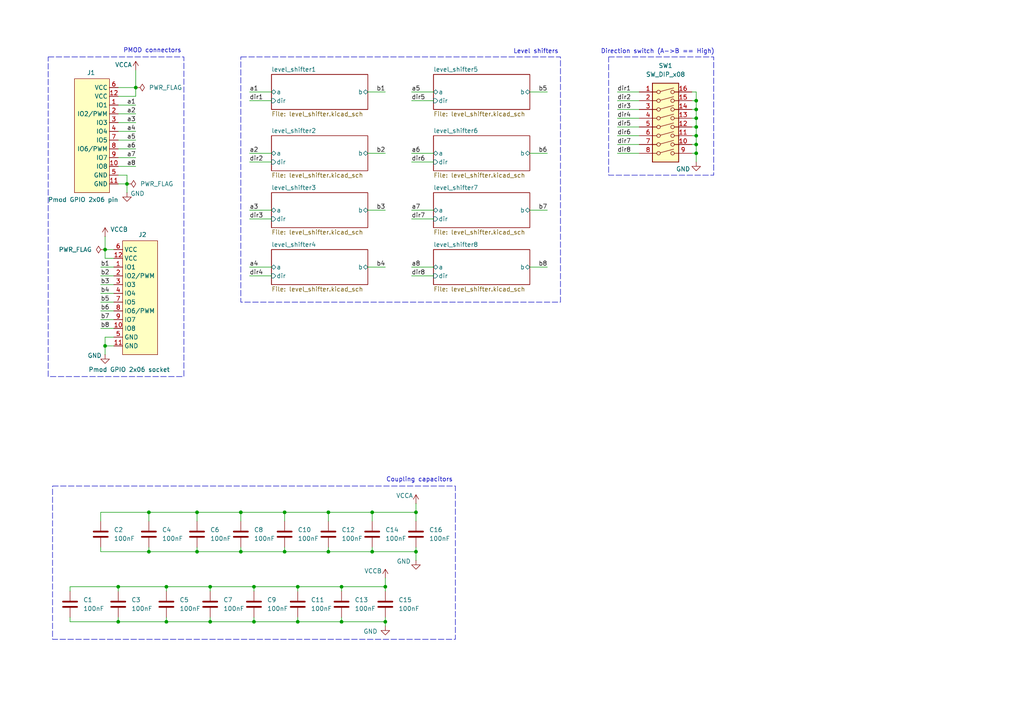
<source format=kicad_sch>
(kicad_sch (version 20250114) (generator "eeschema") (generator_version "9.0")
  (paper "A4")
  (lib_symbols
    (symbol "Device:C" (pin_numbers (hide yes)) (pin_names (offset 0.254))
      (property "Reference" "C" (at 0.635 2.54 0))
      (property "Value" "C" (at 0.635 -2.54 0))
      (symbol "C_0_1"
        (polyline (pts (xy -2.032 0.762) (xy 2.032 0.762)) (stroke (width 0.508)))
        (polyline (pts (xy -2.032 -0.762) (xy 2.032 -0.762)) (stroke (width 0.508)))
      )
      (symbol "C_1_1"
        (pin passive line (at 0 3.81 270) (length 2.794) (name "~") (number "1"))
        (pin passive line (at 0 -3.81 90) (length 2.794) (name "~") (number "2"))
      )
    )
    (symbol "Pmod:pmod_gpio_2x06_pin"
      (property "Reference" "J" (at 1.016 1.27 0))
      (property "Value" "Pmod GPIO 2x06 pin" (at 4.318 -35.052 0))
      (symbol "pmod_gpio_2x06_pin_1_1"
        (rectangle (start 0 0) (end 10.16 -33.02) (fill (type background)))
        (pin power_in line (at -2.54 -2.54 0) (length 2.54) (name "VCC") (number "6"))
        (pin power_in line (at -2.54 -5.08 0) (length 2.54) (name "VCC") (number "12"))
        (pin bidirectional line (at -2.54 -7.62 0) (length 2.54) (name "IO1") (number "1"))
        (pin bidirectional line (at -2.54 -10.16 0) (length 2.54) (name "IO2/PWM") (number "2"))
        (pin bidirectional line (at -2.54 -12.7 0) (length 2.54) (name "IO3") (number "3"))
        (pin bidirectional line (at -2.54 -15.24 0) (length 2.54) (name "IO4") (number "4"))
        (pin bidirectional line (at -2.54 -17.78 0) (length 2.54) (name "IO5") (number "7"))
        (pin bidirectional line (at -2.54 -20.32 0) (length 2.54) (name "IO6/PWM") (number "8"))
        (pin bidirectional line (at -2.54 -22.86 0) (length 2.54) (name "IO7") (number "9"))
        (pin bidirectional line (at -2.54 -25.4 0) (length 2.54) (name "IO8") (number "10"))
        (pin power_in line (at -2.54 -27.94 0) (length 2.54) (name "GND") (number "5"))
        (pin power_in line (at -2.54 -30.48 0) (length 2.54) (name "GND") (number "11"))
      )
    )
    (symbol "Pmod:pmod_gpio_2x06_socket"
      (property "Reference" "J" (at 1.016 1.27 0))
      (property "Value" "Pmod GPIO 2x06 socket" (at 4.064 -34.29 0))
      (symbol "pmod_gpio_2x06_socket_1_1"
        (rectangle (start 0 0) (end 10.16 -33.02) (fill (type background)))
        (pin power_in line (at -2.54 -2.54 0) (length 2.54) (name "VCC") (number "6"))
        (pin power_in line (at -2.54 -5.08 0) (length 2.54) (name "VCC") (number "12"))
        (pin bidirectional line (at -2.54 -7.62 0) (length 2.54) (name "IO1") (number "1"))
        (pin bidirectional line (at -2.54 -10.16 0) (length 2.54) (name "IO2/PWM") (number "2"))
        (pin bidirectional line (at -2.54 -12.7 0) (length 2.54) (name "IO3") (number "3"))
        (pin bidirectional line (at -2.54 -15.24 0) (length 2.54) (name "IO4") (number "4"))
        (pin bidirectional line (at -2.54 -17.78 0) (length 2.54) (name "IO5") (number "7"))
        (pin bidirectional line (at -2.54 -20.32 0) (length 2.54) (name "IO6/PWM") (number "8"))
        (pin bidirectional line (at -2.54 -22.86 0) (length 2.54) (name "IO7") (number "9"))
        (pin bidirectional line (at -2.54 -25.4 0) (length 2.54) (name "IO8") (number "10"))
        (pin power_in line (at -2.54 -27.94 0) (length 2.54) (name "GND") (number "5"))
        (pin power_in line (at -2.54 -30.48 0) (length 2.54) (name "GND") (number "11"))
      )
    )
    (symbol "Switch:SW_DIP_x08" (pin_names (offset 0) (hide yes))
      (property "Reference" "SW" (at 0 13.97 0))
      (property "Value" "SW_DIP_x08" (at 0 -11.43 0))
      (symbol "SW_DIP_x08_0_0"
        (circle (center -2.032 10.16) (radius 0.508))
        (circle (center -2.032 7.62) (radius 0.508))
        (circle (center -2.032 5.08) (radius 0.508))
        (circle (center -2.032 2.54) (radius 0.508))
        (circle (center -2.032 0) (radius 0.508))
        (circle (center -2.032 -2.54) (radius 0.508))
        (circle (center -2.032 -5.08) (radius 0.508))
        (circle (center -2.032 -7.62) (radius 0.508))
        (polyline (pts (xy -1.524 10.287) (xy 2.3622 11.3284)))
        (polyline (pts (xy -1.524 7.747) (xy 2.3622 8.7884)))
        (polyline (pts (xy -1.524 5.207) (xy 2.3622 6.2484)))
        (polyline (pts (xy -1.524 2.667) (xy 2.3622 3.7084)))
        (polyline (pts (xy -1.524 0.127) (xy 2.3622 1.1684)))
        (polyline (pts (xy -1.524 -2.3876) (xy 2.3622 -1.3462)))
        (polyline (pts (xy -1.524 -4.9276) (xy 2.3622 -3.8862)))
        (polyline (pts (xy -1.524 -7.4676) (xy 2.3622 -6.4262)))
        (circle (center 2.032 10.16) (radius 0.508))
        (circle (center 2.032 7.62) (radius 0.508))
        (circle (center 2.032 5.08) (radius 0.508))
        (circle (center 2.032 2.54) (radius 0.508))
        (circle (center 2.032 0) (radius 0.508))
        (circle (center 2.032 -2.54) (radius 0.508))
        (circle (center 2.032 -5.08) (radius 0.508))
        (circle (center 2.032 -7.62) (radius 0.508))
      )
      (symbol "SW_DIP_x08_0_1"
        (rectangle (start -3.81 12.7) (end 3.81 -10.16) (stroke (width 0.254)) (fill (type background)))
      )
      (symbol "SW_DIP_x08_1_1"
        (pin passive line (at -7.62 10.16 0) (length 5.08) (name "~") (number "1"))
        (pin passive line (at -7.62 7.62 0) (length 5.08) (name "~") (number "2"))
        (pin passive line (at -7.62 5.08 0) (length 5.08) (name "~") (number "3"))
        (pin passive line (at -7.62 2.54 0) (length 5.08) (name "~") (number "4"))
        (pin passive line (at -7.62 0 0) (length 5.08) (name "~") (number "5"))
        (pin passive line (at -7.62 -2.54 0) (length 5.08) (name "~") (number "6"))
        (pin passive line (at -7.62 -5.08 0) (length 5.08) (name "~") (number "7"))
        (pin passive line (at -7.62 -7.62 0) (length 5.08) (name "~") (number "8"))
        (pin passive line (at 7.62 10.16 180) (length 5.08) (name "~") (number "16"))
        (pin passive line (at 7.62 7.62 180) (length 5.08) (name "~") (number "15"))
        (pin passive line (at 7.62 5.08 180) (length 5.08) (name "~") (number "14"))
        (pin passive line (at 7.62 2.54 180) (length 5.08) (name "~") (number "13"))
        (pin passive line (at 7.62 0 180) (length 5.08) (name "~") (number "12"))
        (pin passive line (at 7.62 -2.54 180) (length 5.08) (name "~") (number "11"))
        (pin passive line (at 7.62 -5.08 180) (length 5.08) (name "~") (number "10"))
        (pin passive line (at 7.62 -7.62 180) (length 5.08) (name "~") (number "9"))
      )
    )
    (symbol "power:GND" (power) (pin_numbers (hide yes)) (pin_names (offset 0) (hide yes))
      (property "Value" "GND" (at 0 -3.81 0))
      (symbol "GND_0_1"
        (polyline (pts (xy 0 0) (xy 0 -1.27) (xy 1.27 -1.27) (xy 0 -2.54) (xy -1.27 -1.27) (xy 0 -1.27)))
      )
      (symbol "GND_1_1"
        (pin power_in line (at 0 0 270) (length 0) (name "~") (number "1"))
      )
    )
    (symbol "power:PWR_FLAG" (power) (pin_numbers (hide yes)) (pin_names (offset 0) (hide yes))
      (property "Value" "PWR_FLAG" (at 0 3.81 0))
      (symbol "PWR_FLAG_0_0"
        (pin power_out line (at 0 0 90) (length 0) (name "~") (number "1"))
      )
      (symbol "PWR_FLAG_0_1"
        (polyline (pts (xy 0 0) (xy 0 1.27) (xy -1.016 1.905) (xy 0 2.54) (xy 1.016 1.905) (xy 0 1.27)))
      )
    )
    (symbol "power:VCC" (power) (pin_numbers (hide yes)) (pin_names (offset 0) (hide yes))
      (property "Value" "VCC" (at 0 3.556 0))
      (symbol "VCC_0_1"
        (polyline (pts (xy -0.762 1.27) (xy 0 2.54)))
        (polyline (pts (xy 0 2.54) (xy 0.762 1.27)))
        (polyline (pts (xy 0 0) (xy 0 2.54)))
      )
      (symbol "VCC_1_1"
        (pin power_in line (at 0 0 90) (length 0) (name "~") (number "1"))
      )
    )
  )
  (rectangle (start 13.97 16.51) (end 53.34 109.22) (stroke (width 0) (type dash)))
  (rectangle (start 176.53 16.51) (end 207.01 50.8) (stroke (width 0) (type dash)))
  (rectangle (start 69.85 16.51) (end 162.56 87.63) (stroke (width 0) (type dash)))
  (rectangle (start 15.24 140.97) (end 132.08 185.42) (stroke (width 0) (type dash)))
  (text "Level shifters" (at 155.448 14.986 0) (effects (font (size 1.27 1.27))))
  (text "Coupling capacitors" (at 121.666 139.192 0) (effects (font (size 1.27 1.27))))
  (text "Direction switch (A->B == High)" (at 190.754 14.986 0) (effects (font (size 1.27 1.27))))
  (text "PMOD connectors" (at 44.196 14.732 0) (effects (font (size 1.27 1.27))))
  (junction (at 107.95 160.02))
  (junction (at 39.37 25.4))
  (junction (at 60.96 170.18))
  (junction (at 57.15 160.02))
  (junction (at 30.48 100.33))
  (junction (at 43.18 148.59))
  (junction (at 201.93 41.91))
  (junction (at 201.93 31.75))
  (junction (at 73.66 170.18))
  (junction (at 99.06 180.34))
  (junction (at 48.26 180.34))
  (junction (at 48.26 170.18))
  (junction (at 69.85 148.59))
  (junction (at 73.66 180.34))
  (junction (at 30.48 72.39))
  (junction (at 107.95 148.59))
  (junction (at 82.55 148.59))
  (junction (at 111.76 180.34))
  (junction (at 201.93 36.83))
  (junction (at 34.29 180.34))
  (junction (at 95.25 160.02))
  (junction (at 120.65 148.59))
  (junction (at 201.93 39.37))
  (junction (at 201.93 44.45))
  (junction (at 99.06 170.18))
  (junction (at 201.93 29.21))
  (junction (at 36.83 53.34))
  (junction (at 111.76 170.18))
  (junction (at 86.36 180.34))
  (junction (at 86.36 170.18))
  (junction (at 60.96 180.34))
  (junction (at 82.55 160.02))
  (junction (at 95.25 148.59))
  (junction (at 43.18 160.02))
  (junction (at 69.85 160.02))
  (junction (at 201.93 34.29))
  (junction (at 34.29 170.18))
  (junction (at 120.65 160.02))
  (junction (at 57.15 148.59))
  (wire (pts (xy 33.02 97.79) (xy 30.48 97.79)))
  (wire (pts (xy 30.48 97.79) (xy 30.48 100.33)))
  (wire (pts (xy 69.85 148.59) (xy 69.85 151.13)))
  (wire (pts (xy 119.38 60.96) (xy 125.73 60.96)))
  (wire (pts (xy 57.15 148.59) (xy 69.85 148.59)))
  (wire (pts (xy 95.25 148.59) (xy 95.25 151.13)))
  (wire (pts (xy 72.39 29.21) (xy 78.74 29.21)))
  (wire (pts (xy 201.93 41.91) (xy 201.93 44.45)))
  (wire (pts (xy 60.96 180.34) (xy 73.66 180.34)))
  (wire (pts (xy 34.29 40.64) (xy 39.37 40.64)))
  (wire (pts (xy 57.15 160.02) (xy 69.85 160.02)))
  (wire (pts (xy 119.38 26.67) (xy 125.73 26.67)))
  (wire (pts (xy 72.39 46.99) (xy 78.74 46.99)))
  (wire (pts (xy 153.67 77.47) (xy 158.75 77.47)))
  (wire (pts (xy 95.25 160.02) (xy 107.95 160.02)))
  (wire (pts (xy 120.65 160.02) (xy 120.65 158.75)))
  (wire (pts (xy 34.29 48.26) (xy 39.37 48.26)))
  (wire (pts (xy 200.66 36.83) (xy 201.93 36.83)))
  (wire (pts (xy 200.66 26.67) (xy 201.93 26.67)))
  (wire (pts (xy 20.32 170.18) (xy 34.29 170.18)))
  (wire (pts (xy 201.93 26.67) (xy 201.93 29.21)))
  (wire (pts (xy 29.21 148.59) (xy 43.18 148.59)))
  (wire (pts (xy 43.18 158.75) (xy 43.18 160.02)))
  (wire (pts (xy 20.32 179.07) (xy 20.32 180.34)))
  (wire (pts (xy 29.21 90.17) (xy 33.02 90.17)))
  (wire (pts (xy 30.48 74.93) (xy 30.48 72.39)))
  (wire (pts (xy 106.68 77.47) (xy 111.76 77.47)))
  (wire (pts (xy 82.55 148.59) (xy 95.25 148.59)))
  (wire (pts (xy 34.29 43.18) (xy 39.37 43.18)))
  (wire (pts (xy 72.39 63.5) (xy 78.74 63.5)))
  (wire (pts (xy 179.07 26.67) (xy 185.42 26.67)))
  (wire (pts (xy 34.29 170.18) (xy 48.26 170.18)))
  (wire (pts (xy 106.68 44.45) (xy 111.76 44.45)))
  (wire (pts (xy 153.67 26.67) (xy 158.75 26.67)))
  (wire (pts (xy 107.95 158.75) (xy 107.95 160.02)))
  (wire (pts (xy 33.02 72.39) (xy 30.48 72.39)))
  (wire (pts (xy 86.36 170.18) (xy 86.36 171.45)))
  (wire (pts (xy 201.93 31.75) (xy 201.93 34.29)))
  (wire (pts (xy 111.76 180.34) (xy 111.76 181.61)))
  (wire (pts (xy 29.21 158.75) (xy 29.21 160.02)))
  (wire (pts (xy 119.38 46.99) (xy 125.73 46.99)))
  (wire (pts (xy 82.55 160.02) (xy 95.25 160.02)))
  (wire (pts (xy 95.25 158.75) (xy 95.25 160.02)))
  (wire (pts (xy 120.65 146.05) (xy 120.65 148.59)))
  (wire (pts (xy 29.21 95.25) (xy 33.02 95.25)))
  (wire (pts (xy 200.66 34.29) (xy 201.93 34.29)))
  (wire (pts (xy 29.21 82.55) (xy 33.02 82.55)))
  (wire (pts (xy 119.38 80.01) (xy 125.73 80.01)))
  (wire (pts (xy 34.29 35.56) (xy 39.37 35.56)))
  (wire (pts (xy 179.07 29.21) (xy 185.42 29.21)))
  (wire (pts (xy 34.29 170.18) (xy 34.29 171.45)))
  (wire (pts (xy 29.21 87.63) (xy 33.02 87.63)))
  (wire (pts (xy 179.07 41.91) (xy 185.42 41.91)))
  (wire (pts (xy 99.06 180.34) (xy 86.36 180.34)))
  (wire (pts (xy 48.26 170.18) (xy 60.96 170.18)))
  (wire (pts (xy 120.65 148.59) (xy 120.65 151.13)))
  (wire (pts (xy 111.76 167.64) (xy 111.76 170.18)))
  (wire (pts (xy 119.38 63.5) (xy 125.73 63.5)))
  (wire (pts (xy 179.07 31.75) (xy 185.42 31.75)))
  (wire (pts (xy 69.85 160.02) (xy 82.55 160.02)))
  (wire (pts (xy 60.96 179.07) (xy 60.96 180.34)))
  (wire (pts (xy 95.25 148.59) (xy 107.95 148.59)))
  (wire (pts (xy 34.29 180.34) (xy 20.32 180.34)))
  (wire (pts (xy 29.21 77.47) (xy 33.02 77.47)))
  (wire (pts (xy 36.83 53.34) (xy 34.29 53.34)))
  (wire (pts (xy 48.26 179.07) (xy 48.26 180.34)))
  (wire (pts (xy 86.36 170.18) (xy 99.06 170.18)))
  (wire (pts (xy 69.85 158.75) (xy 69.85 160.02)))
  (wire (pts (xy 99.06 170.18) (xy 99.06 171.45)))
  (wire (pts (xy 111.76 180.34) (xy 99.06 180.34)))
  (wire (pts (xy 30.48 100.33) (xy 30.48 102.87)))
  (wire (pts (xy 72.39 80.01) (xy 78.74 80.01)))
  (wire (pts (xy 43.18 148.59) (xy 43.18 151.13)))
  (wire (pts (xy 34.29 50.8) (xy 36.83 50.8)))
  (wire (pts (xy 39.37 20.32) (xy 39.37 25.4)))
  (wire (pts (xy 43.18 148.59) (xy 57.15 148.59)))
  (wire (pts (xy 107.95 148.59) (xy 107.95 151.13)))
  (wire (pts (xy 48.26 180.34) (xy 60.96 180.34)))
  (wire (pts (xy 200.66 41.91) (xy 201.93 41.91)))
  (wire (pts (xy 33.02 74.93) (xy 30.48 74.93)))
  (wire (pts (xy 73.66 170.18) (xy 86.36 170.18)))
  (wire (pts (xy 48.26 180.34) (xy 34.29 180.34)))
  (wire (pts (xy 57.15 158.75) (xy 57.15 160.02)))
  (wire (pts (xy 153.67 60.96) (xy 158.75 60.96)))
  (wire (pts (xy 201.93 34.29) (xy 201.93 36.83)))
  (wire (pts (xy 179.07 44.45) (xy 185.42 44.45)))
  (wire (pts (xy 34.29 38.1) (xy 39.37 38.1)))
  (wire (pts (xy 60.96 170.18) (xy 73.66 170.18)))
  (wire (pts (xy 29.21 85.09) (xy 33.02 85.09)))
  (wire (pts (xy 106.68 26.67) (xy 111.76 26.67)))
  (wire (pts (xy 73.66 179.07) (xy 73.66 180.34)))
  (wire (pts (xy 107.95 160.02) (xy 120.65 160.02)))
  (wire (pts (xy 86.36 179.07) (xy 86.36 180.34)))
  (wire (pts (xy 72.39 60.96) (xy 78.74 60.96)))
  (wire (pts (xy 200.66 31.75) (xy 201.93 31.75)))
  (wire (pts (xy 119.38 77.47) (xy 125.73 77.47)))
  (wire (pts (xy 43.18 160.02) (xy 57.15 160.02)))
  (wire (pts (xy 179.07 39.37) (xy 185.42 39.37)))
  (wire (pts (xy 34.29 45.72) (xy 39.37 45.72)))
  (wire (pts (xy 72.39 26.67) (xy 78.74 26.67)))
  (wire (pts (xy 201.93 29.21) (xy 201.93 31.75)))
  (wire (pts (xy 201.93 44.45) (xy 201.93 46.99)))
  (wire (pts (xy 39.37 27.94) (xy 39.37 25.4)))
  (wire (pts (xy 29.21 151.13) (xy 29.21 148.59)))
  (wire (pts (xy 29.21 80.01) (xy 33.02 80.01)))
  (wire (pts (xy 119.38 29.21) (xy 125.73 29.21)))
  (wire (pts (xy 99.06 179.07) (xy 99.06 180.34)))
  (wire (pts (xy 34.29 33.02) (xy 39.37 33.02)))
  (wire (pts (xy 73.66 170.18) (xy 73.66 171.45)))
  (wire (pts (xy 72.39 77.47) (xy 78.74 77.47)))
  (wire (pts (xy 99.06 170.18) (xy 111.76 170.18)))
  (wire (pts (xy 48.26 170.18) (xy 48.26 171.45)))
  (wire (pts (xy 201.93 36.83) (xy 201.93 39.37)))
  (wire (pts (xy 107.95 148.59) (xy 120.65 148.59)))
  (wire (pts (xy 72.39 44.45) (xy 78.74 44.45)))
  (wire (pts (xy 86.36 180.34) (xy 73.66 180.34)))
  (wire (pts (xy 111.76 179.07) (xy 111.76 180.34)))
  (wire (pts (xy 30.48 68.58) (xy 30.48 72.39)))
  (wire (pts (xy 201.93 39.37) (xy 201.93 41.91)))
  (wire (pts (xy 29.21 160.02) (xy 43.18 160.02)))
  (wire (pts (xy 29.21 92.71) (xy 33.02 92.71)))
  (wire (pts (xy 200.66 44.45) (xy 201.93 44.45)))
  (wire (pts (xy 36.83 50.8) (xy 36.83 53.34)))
  (wire (pts (xy 106.68 60.96) (xy 111.76 60.96)))
  (wire (pts (xy 20.32 170.18) (xy 20.32 171.45)))
  (wire (pts (xy 179.07 34.29) (xy 185.42 34.29)))
  (wire (pts (xy 82.55 158.75) (xy 82.55 160.02)))
  (wire (pts (xy 60.96 170.18) (xy 60.96 171.45)))
  (wire (pts (xy 36.83 53.34) (xy 36.83 55.88)))
  (wire (pts (xy 34.29 30.48) (xy 39.37 30.48)))
  (wire (pts (xy 34.29 27.94) (xy 39.37 27.94)))
  (wire (pts (xy 179.07 36.83) (xy 185.42 36.83)))
  (wire (pts (xy 69.85 148.59) (xy 82.55 148.59)))
  (wire (pts (xy 200.66 39.37) (xy 201.93 39.37)))
  (wire (pts (xy 111.76 170.18) (xy 111.76 171.45)))
  (wire (pts (xy 82.55 148.59) (xy 82.55 151.13)))
  (wire (pts (xy 57.15 148.59) (xy 57.15 151.13)))
  (wire (pts (xy 119.38 44.45) (xy 125.73 44.45)))
  (wire (pts (xy 30.48 100.33) (xy 33.02 100.33)))
  (wire (pts (xy 200.66 29.21) (xy 201.93 29.21)))
  (wire (pts (xy 34.29 179.07) (xy 34.29 180.34)))
  (wire (pts (xy 153.67 44.45) (xy 158.75 44.45)))
  (wire (pts (xy 34.29 25.4) (xy 39.37 25.4)))
  (wire (pts (xy 120.65 160.02) (xy 120.65 162.56)))
  (label "a6" (at 39.37 43.18 180))
  (label "dir7" (at 179.07 41.91 0))
  (label "dir5" (at 179.07 36.83 0))
  (label "b2" (at 29.21 80.01 0))
  (label "dir1" (at 72.39 29.21 0))
  (label "a8" (at 119.38 77.47 0))
  (label "b6" (at 158.75 44.45 180))
  (label "a2" (at 72.39 44.45 0))
  (label "b3" (at 111.76 60.96 180))
  (label "b1" (at 111.76 26.67 180))
  (label "b4" (at 29.21 85.09 0))
  (label "dir2" (at 72.39 46.99 0))
  (label "b4" (at 111.76 77.47 180))
  (label "a2" (at 39.37 33.02 180))
  (label "dir3" (at 179.07 31.75 0))
  (label "b1" (at 29.21 77.47 0))
  (label "b8" (at 29.21 95.25 0))
  (label "a7" (at 39.37 45.72 180))
  (label "b7" (at 29.21 92.71 0))
  (label "a4" (at 72.39 77.47 0))
  (label "b8" (at 158.75 77.47 180))
  (label "dir3" (at 72.39 63.5 0))
  (label "a3" (at 39.37 35.56 180))
  (label "b3" (at 29.21 82.55 0))
  (label "dir7" (at 119.38 63.5 0))
  (label "b6" (at 29.21 90.17 0))
  (label "a4" (at 39.37 38.1 180))
  (label "dir1" (at 179.07 26.67 0))
  (label "a3" (at 72.39 60.96 0))
  (label "a6" (at 119.38 44.45 0))
  (label "a7" (at 119.38 60.96 0))
  (label "dir8" (at 119.38 80.01 0))
  (label "dir4" (at 72.39 80.01 0))
  (label "dir6" (at 179.07 39.37 0))
  (label "a8" (at 39.37 48.26 180))
  (label "b2" (at 111.76 44.45 180))
  (label "dir6" (at 119.38 46.99 0))
  (label "dir4" (at 179.07 34.29 0))
  (label "dir8" (at 179.07 44.45 0))
  (label "a5" (at 39.37 40.64 180))
  (label "a1" (at 39.37 30.48 180))
  (label "dir5" (at 119.38 29.21 0))
  (label "dir2" (at 179.07 29.21 0))
  (label "b7" (at 158.75 60.96 180))
  (label "a1" (at 72.39 26.67 0))
  (label "b5" (at 158.75 26.67 180))
  (label "a5" (at 119.38 26.67 0))
  (label "b5" (at 29.21 87.63 0))
  (symbol (lib_id "power:PWR_FLAG") (at 39.37 25.4 270) (unit 1)
    (property "Reference" "#FLG03" (effects (hide yes)))
    (property "Value" "PWR_FLAG" (at 43.18 25.3999 90) (effects (justify left)))
    (property "Description" "Special symbol for telling ERC where power comes from" (effects (hide yes)))
  )
  (symbol (lib_id "Device:C") (at 43.18 154.94 0) (unit 1)
    (property "Reference" "C4" (at 46.99 153.6699 0) (effects (justify left)))
    (property "Value" "100nF" (at 46.99 156.2099 0) (effects (justify left)))
    (property "Footprint" "Capacitor_SMD:C_0805_2012Metric_Pad1.18x1.45mm_HandSolder" (effects (hide yes)))
    (property "Datasheet" "https://mm.digikey.com/Volume0/opasdata/d220001/medias/docus/609/CL21B104KBCNNN_Spec.pdf" (effects (hide yes)))
    (property "Description" "Unpolarized capacitor" (effects (hide yes)))
    (property "Digikey" "https://www.digikey.com/en/products/detail/samsung-electro-mechanics/CL21B104KBCNNNC/3886661" (effects (hide yes)))
    (property "Digikey P/N" "1276-1003-1-ND" (effects (hide yes)))
    (property "Mfr." "Samsung Electro-Mechanics" (effects (hide yes)))
    (property "Mfr. P/N" "CL21B104KBCNNNC" (effects (hide yes)))
  )
  (symbol (lib_id "power:VCC") (at 30.48 68.58 0) (unit 1)
    (property "Reference" "#PWR01" (effects (hide yes)))
    (property "Value" "VCCB" (at 34.544 66.548 0))
    (property "Description" "Power symbol creates a global label with name \"VCC\"" (effects (hide yes)))
  )
  (symbol (lib_id "power:GND") (at 201.93 46.99 0) (unit 1)
    (property "Reference" "#PWR09" (effects (hide yes)))
    (property "Value" "GND" (at 198.12 49.022 0))
    (property "Description" "Power symbol creates a global label with name \"GND\" , ground" (effects (hide yes)))
  )
  (symbol (lib_id "Pmod:pmod_gpio_2x06_pin") (at 31.75 22.86 0) (mirror y) (unit 1)
    (property "Reference" "J1" (at 26.416 21.082 0))
    (property "Value" "Pmod GPIO 2x06 pin" (at 24.13 57.912 0))
    (property "Footprint" "Pmod:Pmod_2x06_pin" (effects (hide yes)))
    (property "Datasheet" "https://app.adam-tech.com/products/download/data_sheet/200508/ph2ra-xx-ua-data-sheet.pdf" (effects (hide yes)))
    (property "Description" "Connector Header Through Hole, Right Angle 12 position 0.100\" (2.54mm)" (effects (hide yes)))
    (property "Digikey" "https://www.digikey.com/en/products/detail/adam-tech/PH2RA-12-UA/9830569" (effects (hide yes)))
    (property "Digikey P/N" "2057-PH2RA-12-UA-ND" (effects (hide yes)))
    (property "Mfr." "Adam Tech" (effects (hide yes)))
    (property "Mfr. P/N" "PH2RA-12-UA" (effects (hide yes)))
  )
  (symbol (lib_id "Device:C") (at 34.29 175.26 0) (unit 1)
    (property "Reference" "C3" (at 38.1 173.9899 0) (effects (justify left)))
    (property "Value" "100nF" (at 38.1 176.5299 0) (effects (justify left)))
    (property "Footprint" "Capacitor_SMD:C_0805_2012Metric_Pad1.18x1.45mm_HandSolder" (effects (hide yes)))
    (property "Datasheet" "https://mm.digikey.com/Volume0/opasdata/d220001/medias/docus/609/CL21B104KBCNNN_Spec.pdf" (effects (hide yes)))
    (property "Description" "Unpolarized capacitor" (effects (hide yes)))
    (property "Digikey" "https://www.digikey.com/en/products/detail/samsung-electro-mechanics/CL21B104KBCNNNC/3886661" (effects (hide yes)))
    (property "Digikey P/N" "1276-1003-1-ND" (effects (hide yes)))
    (property "Mfr." "Samsung Electro-Mechanics" (effects (hide yes)))
    (property "Mfr. P/N" "CL21B104KBCNNNC" (effects (hide yes)))
  )
  (symbol (lib_id "power:VCC") (at 39.37 20.32 0) (unit 1)
    (property "Reference" "#PWR04" (effects (hide yes)))
    (property "Value" "VCCA" (at 35.814 18.796 0))
    (property "Description" "Power symbol creates a global label with name \"VCC\"" (effects (hide yes)))
  )
  (symbol (lib_id "Device:C") (at 86.36 175.26 0) (unit 1)
    (property "Reference" "C11" (at 90.17 173.9899 0) (effects (justify left)))
    (property "Value" "100nF" (at 90.17 176.5299 0) (effects (justify left)))
    (property "Footprint" "Capacitor_SMD:C_0805_2012Metric_Pad1.18x1.45mm_HandSolder" (effects (hide yes)))
    (property "Datasheet" "https://mm.digikey.com/Volume0/opasdata/d220001/medias/docus/609/CL21B104KBCNNN_Spec.pdf" (effects (hide yes)))
    (property "Description" "Unpolarized capacitor" (effects (hide yes)))
    (property "Digikey" "https://www.digikey.com/en/products/detail/samsung-electro-mechanics/CL21B104KBCNNNC/3886661" (effects (hide yes)))
    (property "Digikey P/N" "1276-1003-1-ND" (effects (hide yes)))
    (property "Mfr." "Samsung Electro-Mechanics" (effects (hide yes)))
    (property "Mfr. P/N" "CL21B104KBCNNNC" (effects (hide yes)))
  )
  (symbol (lib_id "Device:C") (at 73.66 175.26 0) (unit 1)
    (property "Reference" "C9" (at 77.47 173.9899 0) (effects (justify left)))
    (property "Value" "100nF" (at 77.47 176.5299 0) (effects (justify left)))
    (property "Footprint" "Capacitor_SMD:C_0805_2012Metric_Pad1.18x1.45mm_HandSolder" (effects (hide yes)))
    (property "Datasheet" "https://mm.digikey.com/Volume0/opasdata/d220001/medias/docus/609/CL21B104KBCNNN_Spec.pdf" (effects (hide yes)))
    (property "Description" "Unpolarized capacitor" (effects (hide yes)))
    (property "Digikey" "https://www.digikey.com/en/products/detail/samsung-electro-mechanics/CL21B104KBCNNNC/3886661" (effects (hide yes)))
    (property "Digikey P/N" "1276-1003-1-ND" (effects (hide yes)))
    (property "Mfr." "Samsung Electro-Mechanics" (effects (hide yes)))
    (property "Mfr. P/N" "CL21B104KBCNNNC" (effects (hide yes)))
  )
  (symbol (lib_id "Device:C") (at 57.15 154.94 0) (unit 1)
    (property "Reference" "C6" (at 60.96 153.6699 0) (effects (justify left)))
    (property "Value" "100nF" (at 60.96 156.2099 0) (effects (justify left)))
    (property "Footprint" "Capacitor_SMD:C_0805_2012Metric_Pad1.18x1.45mm_HandSolder" (effects (hide yes)))
    (property "Datasheet" "https://mm.digikey.com/Volume0/opasdata/d220001/medias/docus/609/CL21B104KBCNNN_Spec.pdf" (effects (hide yes)))
    (property "Description" "Unpolarized capacitor" (effects (hide yes)))
    (property "Digikey" "https://www.digikey.com/en/products/detail/samsung-electro-mechanics/CL21B104KBCNNNC/3886661" (effects (hide yes)))
    (property "Digikey P/N" "1276-1003-1-ND" (effects (hide yes)))
    (property "Mfr." "Samsung Electro-Mechanics" (effects (hide yes)))
    (property "Mfr. P/N" "CL21B104KBCNNNC" (effects (hide yes)))
  )
  (symbol (lib_id "Device:C") (at 48.26 175.26 0) (unit 1)
    (property "Reference" "C5" (at 52.07 173.9899 0) (effects (justify left)))
    (property "Value" "100nF" (at 52.07 176.5299 0) (effects (justify left)))
    (property "Footprint" "Capacitor_SMD:C_0805_2012Metric_Pad1.18x1.45mm_HandSolder" (effects (hide yes)))
    (property "Datasheet" "https://mm.digikey.com/Volume0/opasdata/d220001/medias/docus/609/CL21B104KBCNNN_Spec.pdf" (effects (hide yes)))
    (property "Description" "Unpolarized capacitor" (effects (hide yes)))
    (property "Digikey" "https://www.digikey.com/en/products/detail/samsung-electro-mechanics/CL21B104KBCNNNC/3886661" (effects (hide yes)))
    (property "Digikey P/N" "1276-1003-1-ND" (effects (hide yes)))
    (property "Mfr." "Samsung Electro-Mechanics" (effects (hide yes)))
    (property "Mfr. P/N" "CL21B104KBCNNNC" (effects (hide yes)))
  )
  (symbol (lib_id "Device:C") (at 82.55 154.94 0) (unit 1)
    (property "Reference" "C10" (at 86.36 153.6699 0) (effects (justify left)))
    (property "Value" "100nF" (at 86.36 156.2099 0) (effects (justify left)))
    (property "Footprint" "Capacitor_SMD:C_0805_2012Metric_Pad1.18x1.45mm_HandSolder" (effects (hide yes)))
    (property "Datasheet" "https://mm.digikey.com/Volume0/opasdata/d220001/medias/docus/609/CL21B104KBCNNN_Spec.pdf" (effects (hide yes)))
    (property "Description" "Unpolarized capacitor" (effects (hide yes)))
    (property "Digikey" "https://www.digikey.com/en/products/detail/samsung-electro-mechanics/CL21B104KBCNNNC/3886661" (effects (hide yes)))
    (property "Digikey P/N" "1276-1003-1-ND" (effects (hide yes)))
    (property "Mfr." "Samsung Electro-Mechanics" (effects (hide yes)))
    (property "Mfr. P/N" "CL21B104KBCNNNC" (effects (hide yes)))
  )
  (symbol (lib_id "Device:C") (at 120.65 154.94 0) (unit 1)
    (property "Reference" "C16" (at 124.46 153.6699 0) (effects (justify left)))
    (property "Value" "100nF" (at 124.46 156.2099 0) (effects (justify left)))
    (property "Footprint" "Capacitor_SMD:C_0805_2012Metric_Pad1.18x1.45mm_HandSolder" (effects (hide yes)))
    (property "Datasheet" "https://mm.digikey.com/Volume0/opasdata/d220001/medias/docus/609/CL21B104KBCNNN_Spec.pdf" (effects (hide yes)))
    (property "Description" "Unpolarized capacitor" (effects (hide yes)))
    (property "Digikey" "https://www.digikey.com/en/products/detail/samsung-electro-mechanics/CL21B104KBCNNNC/3886661" (effects (hide yes)))
    (property "Digikey P/N" "1276-1003-1-ND" (effects (hide yes)))
    (property "Mfr." "Samsung Electro-Mechanics" (effects (hide yes)))
    (property "Mfr. P/N" "CL21B104KBCNNNC" (effects (hide yes)))
  )
  (symbol (lib_id "Device:C") (at 69.85 154.94 0) (unit 1)
    (property "Reference" "C8" (at 73.66 153.6699 0) (effects (justify left)))
    (property "Value" "100nF" (at 73.66 156.2099 0) (effects (justify left)))
    (property "Footprint" "Capacitor_SMD:C_0805_2012Metric_Pad1.18x1.45mm_HandSolder" (effects (hide yes)))
    (property "Datasheet" "https://mm.digikey.com/Volume0/opasdata/d220001/medias/docus/609/CL21B104KBCNNN_Spec.pdf" (effects (hide yes)))
    (property "Description" "Unpolarized capacitor" (effects (hide yes)))
    (property "Digikey" "https://www.digikey.com/en/products/detail/samsung-electro-mechanics/CL21B104KBCNNNC/3886661" (effects (hide yes)))
    (property "Digikey P/N" "1276-1003-1-ND" (effects (hide yes)))
    (property "Mfr." "Samsung Electro-Mechanics" (effects (hide yes)))
    (property "Mfr. P/N" "CL21B104KBCNNNC" (effects (hide yes)))
  )
  (symbol (lib_id "Pmod:pmod_gpio_2x06_socket") (at 35.56 69.85 0) (unit 1)
    (property "Reference" "J2" (at 40.132 68.072 0) (effects (justify left)))
    (property "Value" "Pmod GPIO 2x06 socket" (at 25.654 107.188 0) (effects (justify left)))
    (property "Footprint" "Pmod:Pmod_2x06_socket" (effects (hide yes)))
    (property "Datasheet" "https://www.we-online.com/components/products/datasheet/613012243121.pdf" (effects (hide yes)))
    (property "Description" "12 Position Receptacle Connector 0.100\" (2.54mm) Through Hole, Right Angle Gold" (effects (hide yes)))
    (property "Digikey" "https://www.digikey.com/en/products/detail/w%C3%BCrth-elektronik/613012243121/16608604" (effects (hide yes)))
    (property "Digikey P/N" "732-613012243121-ND" (effects (hide yes)))
    (property "Mfr." "Würth Elektronik" (effects (hide yes)))
    (property "Mfr. P/N" "613012243121" (effects (hide yes)))
  )
  (symbol (lib_id "power:GND") (at 30.48 102.87 0) (unit 1)
    (property "Reference" "#PWR02" (effects (hide yes)))
    (property "Value" "GND" (at 27.432 103.124 0))
    (property "Description" "Power symbol creates a global label with name \"GND\" , ground" (effects (hide yes)))
  )
  (symbol (lib_id "power:VCC") (at 111.76 167.64 0) (unit 1)
    (property "Reference" "#PWR05" (effects (hide yes)))
    (property "Value" "VCCB" (at 108.204 165.608 0))
    (property "Description" "Power symbol creates a global label with name \"VCC\"" (effects (hide yes)))
  )
  (symbol (lib_id "Device:C") (at 111.76 175.26 0) (unit 1)
    (property "Reference" "C15" (at 115.57 173.9899 0) (effects (justify left)))
    (property "Value" "100nF" (at 115.57 176.5299 0) (effects (justify left)))
    (property "Footprint" "Capacitor_SMD:C_0805_2012Metric_Pad1.18x1.45mm_HandSolder" (effects (hide yes)))
    (property "Datasheet" "https://mm.digikey.com/Volume0/opasdata/d220001/medias/docus/609/CL21B104KBCNNN_Spec.pdf" (effects (hide yes)))
    (property "Description" "Unpolarized capacitor" (effects (hide yes)))
    (property "Digikey" "https://www.digikey.com/en/products/detail/samsung-electro-mechanics/CL21B104KBCNNNC/3886661" (effects (hide yes)))
    (property "Digikey P/N" "1276-1003-1-ND" (effects (hide yes)))
    (property "Mfr." "Samsung Electro-Mechanics" (effects (hide yes)))
    (property "Mfr. P/N" "CL21B104KBCNNNC" (effects (hide yes)))
  )
  (symbol (lib_id "power:GND") (at 120.65 162.56 0) (unit 1)
    (property "Reference" "#PWR08" (effects (hide yes)))
    (property "Value" "GND" (at 117.094 162.814 0))
    (property "Description" "Power symbol creates a global label with name \"GND\" , ground" (effects (hide yes)))
  )
  (symbol (lib_id "Device:C") (at 20.32 175.26 0) (unit 1)
    (property "Reference" "C1" (at 24.13 173.9899 0) (effects (justify left)))
    (property "Value" "100nF" (at 24.13 176.5299 0) (effects (justify left)))
    (property "Footprint" "Capacitor_SMD:C_0805_2012Metric_Pad1.18x1.45mm_HandSolder" (effects (hide yes)))
    (property "Datasheet" "https://mm.digikey.com/Volume0/opasdata/d220001/medias/docus/609/CL21B104KBCNNN_Spec.pdf" (effects (hide yes)))
    (property "Description" "Unpolarized capacitor" (effects (hide yes)))
    (property "Digikey" "https://www.digikey.com/en/products/detail/samsung-electro-mechanics/CL21B104KBCNNNC/3886661" (effects (hide yes)))
    (property "Digikey P/N" "1276-1003-1-ND" (effects (hide yes)))
    (property "Mfr." "Samsung Electro-Mechanics" (effects (hide yes)))
    (property "Mfr. P/N" "CL21B104KBCNNNC" (effects (hide yes)))
  )
  (symbol (lib_id "Device:C") (at 95.25 154.94 0) (unit 1)
    (property "Reference" "C12" (at 99.06 153.6699 0) (effects (justify left)))
    (property "Value" "100nF" (at 99.06 156.2099 0) (effects (justify left)))
    (property "Footprint" "Capacitor_SMD:C_0805_2012Metric_Pad1.18x1.45mm_HandSolder" (effects (hide yes)))
    (property "Datasheet" "https://mm.digikey.com/Volume0/opasdata/d220001/medias/docus/609/CL21B104KBCNNN_Spec.pdf" (effects (hide yes)))
    (property "Description" "Unpolarized capacitor" (effects (hide yes)))
    (property "Digikey" "https://www.digikey.com/en/products/detail/samsung-electro-mechanics/CL21B104KBCNNNC/3886661" (effects (hide yes)))
    (property "Digikey P/N" "1276-1003-1-ND" (effects (hide yes)))
    (property "Mfr." "Samsung Electro-Mechanics" (effects (hide yes)))
    (property "Mfr. P/N" "CL21B104KBCNNNC" (effects (hide yes)))
  )
  (symbol (lib_id "power:PWR_FLAG") (at 30.48 72.39 90) (unit 1)
    (property "Reference" "#FLG01" (effects (hide yes)))
    (property "Value" "PWR_FLAG" (at 26.67 72.3899 90) (effects (justify left)))
    (property "Description" "Special symbol for telling ERC where power comes from" (effects (hide yes)))
  )
  (symbol (lib_id "Device:C") (at 60.96 175.26 0) (unit 1)
    (property "Reference" "C7" (at 64.77 173.9899 0) (effects (justify left)))
    (property "Value" "100nF" (at 64.77 176.5299 0) (effects (justify left)))
    (property "Footprint" "Capacitor_SMD:C_0805_2012Metric_Pad1.18x1.45mm_HandSolder" (effects (hide yes)))
    (property "Datasheet" "https://mm.digikey.com/Volume0/opasdata/d220001/medias/docus/609/CL21B104KBCNNN_Spec.pdf" (effects (hide yes)))
    (property "Description" "Unpolarized capacitor" (effects (hide yes)))
    (property "Digikey" "https://www.digikey.com/en/products/detail/samsung-electro-mechanics/CL21B104KBCNNNC/3886661" (effects (hide yes)))
    (property "Digikey P/N" "1276-1003-1-ND" (effects (hide yes)))
    (property "Mfr." "Samsung Electro-Mechanics" (effects (hide yes)))
    (property "Mfr. P/N" "CL21B104KBCNNNC" (effects (hide yes)))
  )
  (symbol (lib_id "Device:C") (at 29.21 154.94 0) (unit 1)
    (property "Reference" "C2" (at 33.02 153.6699 0) (effects (justify left)))
    (property "Value" "100nF" (at 33.02 156.2099 0) (effects (justify left)))
    (property "Footprint" "Capacitor_SMD:C_0805_2012Metric_Pad1.18x1.45mm_HandSolder" (effects (hide yes)))
    (property "Datasheet" "https://mm.digikey.com/Volume0/opasdata/d220001/medias/docus/609/CL21B104KBCNNN_Spec.pdf" (effects (hide yes)))
    (property "Description" "Unpolarized capacitor" (effects (hide yes)))
    (property "Digikey" "https://www.digikey.com/en/products/detail/samsung-electro-mechanics/CL21B104KBCNNNC/3886661" (effects (hide yes)))
    (property "Digikey P/N" "1276-1003-1-ND" (effects (hide yes)))
    (property "Mfr." "Samsung Electro-Mechanics" (effects (hide yes)))
    (property "Mfr. P/N" "CL21B104KBCNNNC" (effects (hide yes)))
  )
  (symbol (lib_id "power:GND") (at 36.83 55.88 0) (unit 1)
    (property "Reference" "#PWR03" (effects (hide yes)))
    (property "Value" "GND" (at 39.878 56.134 0))
    (property "Description" "Power symbol creates a global label with name \"GND\" , ground" (effects (hide yes)))
  )
  (symbol (lib_id "power:PWR_FLAG") (at 36.83 53.34 270) (unit 1)
    (property "Reference" "#FLG02" (effects (hide yes)))
    (property "Value" "PWR_FLAG" (at 40.64 53.3399 90) (effects (justify left)))
    (property "Description" "Special symbol for telling ERC where power comes from" (effects (hide yes)))
  )
  (symbol (lib_id "Device:C") (at 99.06 175.26 0) (unit 1)
    (property "Reference" "C13" (at 102.87 173.9899 0) (effects (justify left)))
    (property "Value" "100nF" (at 102.87 176.5299 0) (effects (justify left)))
    (property "Footprint" "Capacitor_SMD:C_0805_2012Metric_Pad1.18x1.45mm_HandSolder" (effects (hide yes)))
    (property "Datasheet" "https://mm.digikey.com/Volume0/opasdata/d220001/medias/docus/609/CL21B104KBCNNN_Spec.pdf" (effects (hide yes)))
    (property "Description" "Unpolarized capacitor" (effects (hide yes)))
    (property "Digikey" "https://www.digikey.com/en/products/detail/samsung-electro-mechanics/CL21B104KBCNNNC/3886661" (effects (hide yes)))
    (property "Digikey P/N" "1276-1003-1-ND" (effects (hide yes)))
    (property "Mfr." "Samsung Electro-Mechanics" (effects (hide yes)))
    (property "Mfr. P/N" "CL21B104KBCNNNC" (effects (hide yes)))
  )
  (symbol (lib_id "Switch:SW_DIP_x08") (at 193.04 36.83 0) (unit 1)
    (property "Reference" "SW1" (at 193.04 19.05 0))
    (property "Value" "SW_DIP_x08" (at 193.04 21.59 0))
    (property "Footprint" "Package_DIP:DIP-16_W7.62mm_LongPads" (effects (hide yes)))
    (property "Datasheet" "https://www.cuidevices.com/product/resource/ds01-254.pdf" (effects (hide yes)))
    (property "Description" "Dip Switch SPST 8 Position Through Hole Slide (Standard) Actuator 25mA 24VDC" (effects (hide yes)))
    (property "Digikey" "https://www.digikey.com/en/products/detail/same-sky-formerly-cui-devices/DS01C-254-S-08BE/11310924" (effects (hide yes)))
    (property "Digikey P/N" "2223-DS01C-254-S-08BE-ND" (effects (hide yes)))
    (property "Mfr." "Same Sky (Formerly CUI Devices)" (effects (hide yes)))
    (property "Mfr. P/N" "DS01C-254-S-08BE" (effects (hide yes)))
  )
  (symbol (lib_id "Device:C") (at 107.95 154.94 0) (unit 1)
    (property "Reference" "C14" (at 111.76 153.6699 0) (effects (justify left)))
    (property "Value" "100nF" (at 111.76 156.2099 0) (effects (justify left)))
    (property "Footprint" "Capacitor_SMD:C_0805_2012Metric_Pad1.18x1.45mm_HandSolder" (effects (hide yes)))
    (property "Datasheet" "https://mm.digikey.com/Volume0/opasdata/d220001/medias/docus/609/CL21B104KBCNNN_Spec.pdf" (effects (hide yes)))
    (property "Description" "Unpolarized capacitor" (effects (hide yes)))
    (property "Digikey" "https://www.digikey.com/en/products/detail/samsung-electro-mechanics/CL21B104KBCNNNC/3886661" (effects (hide yes)))
    (property "Digikey P/N" "1276-1003-1-ND" (effects (hide yes)))
    (property "Mfr." "Samsung Electro-Mechanics" (effects (hide yes)))
    (property "Mfr. P/N" "CL21B104KBCNNNC" (effects (hide yes)))
  )
  (symbol (lib_id "power:VCC") (at 120.65 146.05 0) (unit 1)
    (property "Reference" "#PWR07" (effects (hide yes)))
    (property "Value" "VCCA" (at 117.348 143.764 0))
    (property "Description" "Power symbol creates a global label with name \"VCC\"" (effects (hide yes)))
  )
  (symbol (lib_id "power:GND") (at 111.76 181.61 0) (unit 1)
    (property "Reference" "#PWR06" (effects (hide yes)))
    (property "Value" "GND" (at 107.442 183.134 0))
    (property "Description" "Power symbol creates a global label with name \"GND\" , ground" (effects (hide yes)))
  )
  (sheet (at 78.74 21.59) (size 27.94 10.16) (stroke (width 0.1524))
    (property "Sheetname" "level_shifter1" (at 78.74 20.8784 0) (effects (justify left bottom)))
    (property "Sheetfile" "level_shifter.kicad_sch" (at 78.74 32.3346 0) (effects (justify left top)))
    (pin "a" bidirectional (at 78.74 26.67 180))
    (pin "b" bidirectional (at 106.68 26.67 0))
    (pin "dir" input (at 78.74 29.21 180))
  )
  (sheet (at 78.74 55.88) (size 27.94 10.16) (stroke (width 0.1524))
    (property "Sheetname" "level_shifter3" (at 78.74 55.1684 0) (effects (justify left bottom)))
    (property "Sheetfile" "level_shifter.kicad_sch" (at 78.74 66.6246 0) (effects (justify left top)))
    (pin "a" bidirectional (at 78.74 60.96 180))
    (pin "b" bidirectional (at 106.68 60.96 0))
    (pin "dir" input (at 78.74 63.5 180))
  )
  (sheet (at 125.73 72.39) (size 27.94 10.16) (stroke (width 0.1524))
    (property "Sheetname" "level_shifter8" (at 125.73 71.6784 0) (effects (justify left bottom)))
    (property "Sheetfile" "level_shifter.kicad_sch" (at 125.73 83.1346 0) (effects (justify left top)))
    (pin "a" bidirectional (at 125.73 77.47 180))
    (pin "b" bidirectional (at 153.67 77.47 0))
    (pin "dir" input (at 125.73 80.01 180))
  )
  (sheet (at 78.74 39.37) (size 27.94 10.16) (stroke (width 0.1524))
    (property "Sheetname" "level_shifter2" (at 78.74 38.6584 0) (effects (justify left bottom)))
    (property "Sheetfile" "level_shifter.kicad_sch" (at 78.74 50.1146 0) (effects (justify left top)))
    (pin "a" bidirectional (at 78.74 44.45 180))
    (pin "b" bidirectional (at 106.68 44.45 0))
    (pin "dir" input (at 78.74 46.99 180))
  )
  (sheet (at 125.73 55.88) (size 27.94 10.16) (stroke (width 0.1524))
    (property "Sheetname" "level_shifter7" (at 125.73 55.1684 0) (effects (justify left bottom)))
    (property "Sheetfile" "level_shifter.kicad_sch" (at 125.73 66.6246 0) (effects (justify left top)))
    (pin "a" bidirectional (at 125.73 60.96 180))
    (pin "b" bidirectional (at 153.67 60.96 0))
    (pin "dir" input (at 125.73 63.5 180))
  )
  (sheet (at 125.73 39.37) (size 27.94 10.16) (stroke (width 0.1524))
    (property "Sheetname" "level_shifter6" (at 125.73 38.6584 0) (effects (justify left bottom)))
    (property "Sheetfile" "level_shifter.kicad_sch" (at 125.73 50.1146 0) (effects (justify left top)))
    (pin "a" bidirectional (at 125.73 44.45 180))
    (pin "b" bidirectional (at 153.67 44.45 0))
    (pin "dir" input (at 125.73 46.99 180))
  )
  (sheet (at 78.74 72.39) (size 27.94 10.16) (stroke (width 0.1524))
    (property "Sheetname" "level_shifter4" (at 78.74 71.6784 0) (effects (justify left bottom)))
    (property "Sheetfile" "level_shifter.kicad_sch" (at 78.74 83.1346 0) (effects (justify left top)))
    (pin "a" bidirectional (at 78.74 77.47 180))
    (pin "b" bidirectional (at 106.68 77.47 0))
    (pin "dir" input (at 78.74 80.01 180))
  )
  (sheet (at 125.73 21.59) (size 27.94 10.16) (stroke (width 0.1524))
    (property "Sheetname" "level_shifter5" (at 125.73 20.8784 0) (effects (justify left bottom)))
    (property "Sheetfile" "level_shifter.kicad_sch" (at 125.73 32.3346 0) (effects (justify left top)))
    (pin "a" bidirectional (at 125.73 26.67 180))
    (pin "b" bidirectional (at 153.67 26.67 0))
    (pin "dir" input (at 125.73 29.21 180))
  )
)
</source>
